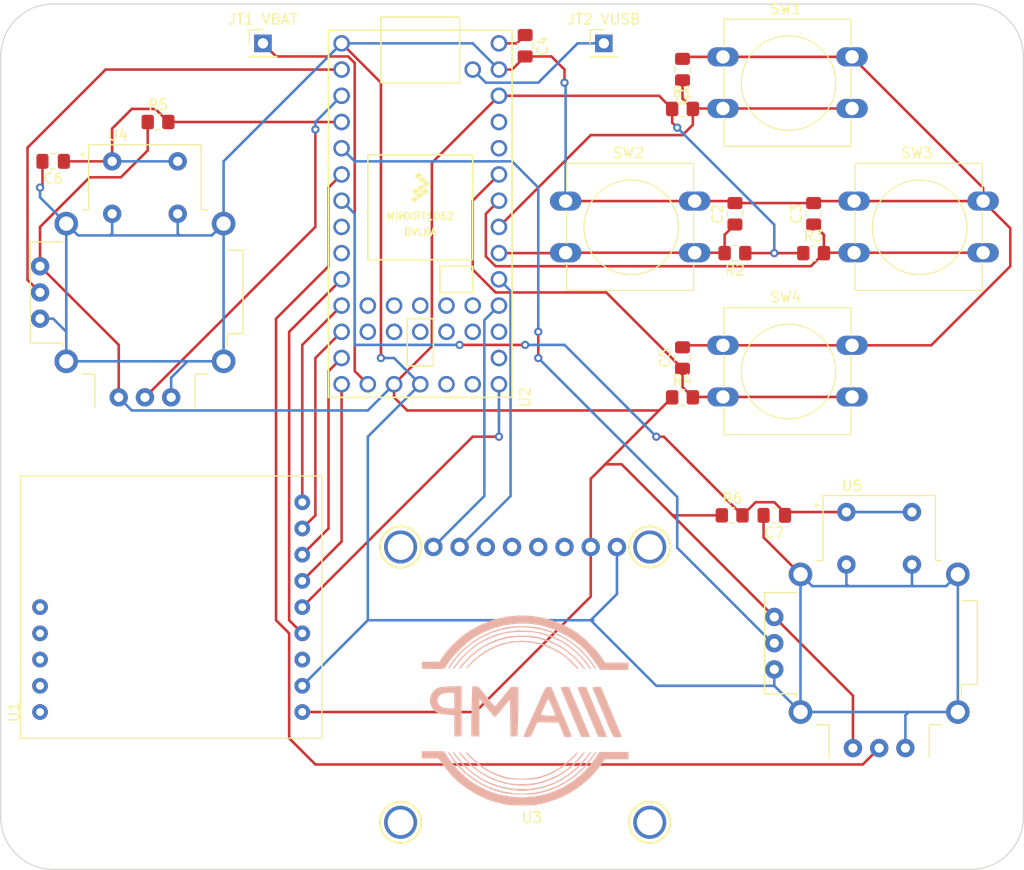
<source format=kicad_pcb>
(kicad_pcb (version 20211014) (generator pcbnew)
  (layers (0 "F.Cu" signal) (31 "B.Cu" signal) (34 "B.Paste" user) (35 "F.Paste" user) (36 "B.SilkS" user "B.Silkscreen") (37 "F.SilkS" user "F.Silkscreen") (38 "B.Mask" user) (39 "F.Mask" user) (44 "Edge.Cuts" user))
  (net 0 "")
  (net 1 "+3V3")
  (net 2 "GND")
  (net 3 "+5V")
  (net 4 "Net-(JT1-Pad1)")
  (net 6 "/LORA_INT")
  (net 7 "/LORA_SCK")
  (net 8 "/LORA_MISO")
  (net 9 "/LORA_MOSI")
  (net 10 "/LORA_CS")
  (net 11 "/LORA_RST")
  (net 17 "/JOY_LEFT_V")
  (net 18 "/JOY_LEFT_H")
  (net 19 "/JOY_LEFT_BTN")
  (net 20 "/JOY_RIGHT_V")
  (net 21 "/JOY_RIGHT_H")
  (net 22 "/JOY_RIGHT_BTN")
  (net 25 "Net-(JT2-Pad1)")
  (net 30 "/OLED_SDA")
  (net 31 "/OLED_SCL")
  (net 47 "/BTN_UP")
  (net 48 "/BTN_LEFT")
  (net 49 "/BTN_RIGHT")
  (net 50 "/BTN_DOWN")
  (footprint "Capacitor_SMD:C_0805_2012Metric_Pad1.18x1.45mm_HandSolder" (layer "F.Cu") (at 177.8 68.58 90)
    (fp_text reference "C2" (at 0 -1.68 90) (layer "F.SilkS"))
    (fp_text value "0.1uF")
    (pad "1" smd roundrect (at -1.0375 0 90) (size 1.175 1.45) (layers "F.Cu" "F.Paste" "F.Mask") (roundrect_rratio 0.2127659574) (net 48 "/BTN_LEFT"))
    (pad "2" smd roundrect (at 1.0375 0 90) (size 1.175 1.45) (layers "F.Cu" "F.Paste" "F.Mask") (roundrect_rratio 0.2127659574) (net 2 "GND"))
  )
  (footprint "Capacitor_SMD:C_0805_2012Metric_Pad1.18x1.45mm_HandSolder" (layer "F.Cu") (at 111.76 63.5 180)
    (fp_text reference "C6" (at 0 -1.68) (layer "F.SilkS"))
    (fp_text value "0.1uF")
    (pad "1" smd roundrect (at -1.0375 0 180) (size 1.175 1.45) (layers "F.Cu" "F.Paste" "F.Mask") (roundrect_rratio 0.2127659574) (net 19 "/JOY_LEFT_BTN"))
    (pad "2" smd roundrect (at 1.0375 0 180) (size 1.175 1.45) (layers "F.Cu" "F.Paste" "F.Mask") (roundrect_rratio 0.2127659574) (net 2 "GND"))
  )
  (footprint "128x64_OLED:128x64_OLED" (layer "F.Cu") (at 160.655 130.0625)
    (fp_text reference "U3" (at -2.54 -3 unlocked) (layer "F.SilkS"))
    (fp_text value "128x64_OLED")
    (pad "1" thru_hole circle (at -12.065 -29.21 90) (size 1.778 1.778) (drill 1) (layers *.Cu *.Mask) (net 30 "/OLED_SDA"))
    (pad "2" thru_hole circle (at -9.525 -29.21 90) (size 1.778 1.778) (drill 1) (layers *.Cu *.Mask) (net 31 "/OLED_SCL"))
    (pad "3" thru_hole circle (at -6.985 -29.21 90) (size 1.778 1.778) (drill 1) (layers *.Cu *.Mask))
    (pad "4" thru_hole circle (at -4.445 -29.21 90) (size 1.778 1.778) (drill 1) (layers *.Cu *.Mask))
    (pad "5" thru_hole circle (at -1.905 -29.21 90) (size 1.778 1.778) (drill 1) (layers *.Cu *.Mask))
    (pad "6" thru_hole circle (at 0.635 -29.21 90) (size 1.778 1.778) (drill 1) (layers *.Cu *.Mask))
    (pad "7" thru_hole circle (at 3.175 -29.21 90) (size 1.778 1.778) (drill 1) (layers *.Cu *.Mask) (net 1 "+3V3"))
    (pad "8" thru_hole circle (at 5.715 -29.21 90) (size 1.778 1.778) (drill 1) (layers *.Cu *.Mask) (net 2 "GND"))
    (pad "P$1" thru_hole circle (at -15.24 -29.21) (size 3.2 3.2) (drill 2.5) (layers *.Cu *.Mask))
    (pad "P$1" thru_hole circle (at -15.24 -2.54) (size 3.2 3.2) (drill 2.5) (layers *.Cu *.Mask))
    (pad "P$1" thru_hole circle (at 8.89 -2.54) (size 3.2 3.2) (drill 2.5) (layers *.Cu *.Mask))
    (pad "P$1" thru_hole circle (at 8.89 -29.21) (size 3.2 3.2) (drill 2.5) (layers *.Cu *.Mask))
  )
  (footprint "Resistor_SMD:R_0805_2012Metric_Pad1.20x1.40mm_HandSolder" (layer "F.Cu") (at 121.92 59.69)
    (fp_text reference "R5" (at 0 -1.65) (layer "F.SilkS"))
    (fp_text value "10k")
    (pad "1" smd roundrect (at -1 0) (size 1.2 1.4) (layers "F.Cu" "F.Paste" "F.Mask") (roundrect_rratio 0.2083333333) (net 1 "+3V3"))
    (pad "2" smd roundrect (at 1 0) (size 1.2 1.4) (layers "F.Cu" "F.Paste" "F.Mask") (roundrect_rratio 0.2083333333) (net 19 "/JOY_LEFT_BTN"))
  )
  (footprint "Connector_PinHeader_2.54mm:PinHeader_1x01_P2.54mm_Vertical" (layer "F.Cu") (at 165.1 52.07)
    (fp_text reference "JT2 VUSB" (at 0 -2.33) (layer "F.SilkS"))
    (fp_text value "Conn_01x01_Male")
    (pad "1" thru_hole rect (at 0 0) (size 1.7 1.7) (drill 1) (layers *.Cu *.Mask) (net 25 "Net-(JT2-Pad1)"))
  )
  (footprint "Connector_PinHeader_2.54mm:PinHeader_1x01_P2.54mm_Vertical" (layer "F.Cu") (at 132.08 52.07)
    (fp_text reference "JT1 VBAT" (at 0 -2.33) (layer "F.SilkS"))
    (fp_text value "Conn_01x01_Male")
    (pad "1" thru_hole rect (at 0 0) (size 1.7 1.7) (drill 1) (layers *.Cu *.Mask) (net 4 "Net-(JT1-Pad1)"))
  )
  (footprint "Capacitor_SMD:C_0805_2012Metric_Pad1.18x1.45mm_HandSolder" (layer "F.Cu") (at 172.72 82.55 90)
    (fp_text reference "C5" (at 0 -1.68 90) (layer "F.SilkS"))
    (fp_text value "0.1uF")
    (pad "1" smd roundrect (at -1.0375 0 90) (size 1.175 1.45) (layers "F.Cu" "F.Paste" "F.Mask") (roundrect_rratio 0.2127659574) (net 50 "/BTN_DOWN"))
    (pad "2" smd roundrect (at 1.0375 0 90) (size 1.175 1.45) (layers "F.Cu" "F.Paste" "F.Mask") (roundrect_rratio 0.2127659574) (net 2 "GND"))
  )
  (footprint "Button_Switch_THT:SW_PUSH-12mm" (layer "F.Cu") (at 176.64 81.32)
    (fp_text reference "SW4" (at 6.08 -4.66) (layer "F.SilkS"))
    (fp_text value "SW_Push")
    (pad "1" thru_hole oval (at 0 0) (size 3.048 1.85) (drill 1.3) (layers *.Cu *.Mask) (net 2 "GND"))
    (pad "1" thru_hole oval (at 12.5 0) (size 3.048 1.85) (drill 1.3) (layers *.Cu *.Mask) (net 2 "GND"))
    (pad "2" thru_hole oval (at 12.5 5) (size 3.048 1.85) (drill 1.3) (layers *.Cu *.Mask) (net 50 "/BTN_DOWN"))
    (pad "2" thru_hole oval (at 0 5) (size 3.048 1.85) (drill 1.3) (layers *.Cu *.Mask) (net 50 "/BTN_DOWN"))
  )
  (footprint "Capacitor_SMD:C_0805_2012Metric_Pad1.18x1.45mm_HandSolder" (layer "F.Cu") (at 157.48 52.3025 -90)
    (fp_text reference "C4" (at 0 -1.68 90) (layer "F.SilkS"))
    (fp_text value "0.1uF")
    (pad "1" smd roundrect (at -1.0375 0 270) (size 1.175 1.45) (layers "F.Cu" "F.Paste" "F.Mask") (roundrect_rratio 0.2127659574) (net 3 "+5V"))
    (pad "2" smd roundrect (at 1.0375 0 270) (size 1.175 1.45) (layers "F.Cu" "F.Paste" "F.Mask") (roundrect_rratio 0.2127659574) (net 2 "GND"))
  )
  (footprint "Capacitor_SMD:C_0805_2012Metric_Pad1.18x1.45mm_HandSolder" (layer "F.Cu") (at 185.42 68.58 90)
    (fp_text reference "C3" (at 0 -1.68 90) (layer "F.SilkS"))
    (fp_text value "0.1uF")
    (pad "1" smd roundrect (at -1.0375 0 90) (size 1.175 1.45) (layers "F.Cu" "F.Paste" "F.Mask") (roundrect_rratio 0.2127659574) (net 49 "/BTN_RIGHT"))
    (pad "2" smd roundrect (at 1.0375 0 90) (size 1.175 1.45) (layers "F.Cu" "F.Paste" "F.Mask") (roundrect_rratio 0.2127659574) (net 2 "GND"))
  )
  (footprint "MountingHole:MountingHole_3.2mm_M3" (layer "F.Cu") (at 200.66 53.34)
    (fp_text reference "H3" hide)
    (fp_text value "MountingHole")
    (pad "" np_thru_hole circle (at 0 0) (size 3.2 3.2) (drill 3.2) (layers *.Cu *.Mask))
  )
  (footprint "COM-09032:XDCR_COM-09032" (layer "F.Cu") (at 120.65 76.2)
    (fp_text reference "U4" (at -2.625 -15.235) (layer "F.SilkS"))
    (fp_text value "Joystick")
    (pad "B1A" thru_hole circle locked (at -3.175 -12.7) (size 1.778 1.778) (drill 0.9) (layers *.Cu *.Mask) (net 19 "/JOY_LEFT_BTN"))
    (pad "B1B" thru_hole circle locked (at 3.175 -12.7) (size 1.778 1.778) (drill 0.9) (layers *.Cu *.Mask) (net 19 "/JOY_LEFT_BTN"))
    (pad "B2A" thru_hole circle locked (at -3.175 -7.62) (size 1.778 1.778) (drill 0.9) (layers *.Cu *.Mask) (net 2 "GND"))
    (pad "B2B" thru_hole circle locked (at 3.175 -7.62) (size 1.778 1.778) (drill 0.9) (layers *.Cu *.Mask) (net 2 "GND"))
    (pad "H1" thru_hole circle locked (at -2.54 10.16) (size 1.778 1.778) (drill 0.889) (layers *.Cu *.Mask) (net 1 "+3V3"))
    (pad "H2" thru_hole circle locked (at 0 10.16) (size 1.778 1.778) (drill 0.889) (layers *.Cu *.Mask) (net 18 "/JOY_LEFT_H"))
    (pad "H3" thru_hole circle locked (at 2.54 10.16) (size 1.778 1.778) (drill 0.889) (layers *.Cu *.Mask) (net 2 "GND"))
    (pad "S1" thru_hole circle locked (at -7.62 -6.6675) (size 2.286 2.286) (drill 1.397) (layers *.Cu *.Mask) (net 2 "GND"))
    (pad "S2" thru_hole circle locked (at -7.62 6.6675) (size 2.286 2.286) (drill 1.397) (layers *.Cu *.Mask) (net 2 "GND"))
    (pad "S3" thru_hole circle locked (at 7.62 6.6675) (size 2.286 2.286) (drill 1.397) (layers *.Cu *.Mask) (net 2 "GND"))
    (pad "S4" thru_hole circle locked (at 7.62 -6.6675) (size 2.286 2.286) (drill 1.397) (layers *.Cu *.Mask) (net 2 "GND"))
    (pad "V1" thru_hole circle locked (at -10.16 -2.54) (size 1.778 1.778) (drill 0.889) (layers *.Cu *.Mask) (net 1 "+3V3"))
    (pad "V2" thru_hole circle locked (at -10.16 0) (size 1.778 1.778) (drill 0.889) (layers *.Cu *.Mask) (net 17 "/JOY_LEFT_V"))
    (pad "V3" thru_hole circle locked (at -10.16 2.54) (size 1.778 1.778) (drill 0.889) (layers *.Cu *.Mask) (net 2 "GND"))
  )
  (footprint "Button_Switch_THT:SW_PUSH-12mm" (layer "F.Cu") (at 161.4 67.35)
    (fp_text reference "SW2" (at 6.08 -4.66) (layer "F.SilkS"))
    (fp_text value "SW_Push")
    (pad "1" thru_hole oval (at 0 0) (size 3.048 1.85) (drill 1.3) (layers *.Cu *.Mask) (net 2 "GND"))
    (pad "1" thru_hole oval (at 12.5 0) (size 3.048 1.85) (drill 1.3) (layers *.Cu *.Mask) (net 2 "GND"))
    (pad "2" thru_hole oval (at 0 5) (size 3.048 1.85) (drill 1.3) (layers *.Cu *.Mask) (net 48 "/BTN_LEFT"))
    (pad "2" thru_hole oval (at 12.5 5) (size 3.048 1.85) (drill 1.3) (layers *.Cu *.Mask) (net 48 "/BTN_LEFT"))
  )
  (footprint "Button_Switch_THT:SW_PUSH-12mm" (layer "F.Cu") (at 189.34 67.35)
    (fp_text reference "SW3" (at 6.08 -4.66) (layer "F.SilkS"))
    (fp_text value "SW_Push")
    (pad "1" thru_hole oval (at 12.5 0) (size 3.048 1.85) (drill 1.3) (layers *.Cu *.Mask) (net 2 "GND"))
    (pad "1" thru_hole oval (at 0 0) (size 3.048 1.85) (drill 1.3) (layers *.Cu *.Mask) (net 2 "GND"))
    (pad "2" thru_hole oval (at 12.5 5) (size 3.048 1.85) (drill 1.3) (layers *.Cu *.Mask) (net 49 "/BTN_RIGHT"))
    (pad "2" thru_hole oval (at 0 5) (size 3.048 1.85) (drill 1.3) (layers *.Cu *.Mask) (net 49 "/BTN_RIGHT"))
  )
  (footprint "COM-09032:XDCR_COM-09032" (layer "F.Cu") (at 191.77 110.1725)
    (fp_text reference "U5" (at -2.625 -15.235) (layer "F.SilkS"))
    (fp_text value "Joystick")
    (pad "B1A" thru_hole circle locked (at -3.175 -12.7) (size 1.778 1.778) (drill 0.9) (layers *.Cu *.Mask) (net 22 "/JOY_RIGHT_BTN"))
    (pad "B1B" thru_hole circle locked (at 3.175 -12.7) (size 1.778 1.778) (drill 0.9) (layers *.Cu *.Mask) (net 22 "/JOY_RIGHT_BTN"))
    (pad "B2A" thru_hole circle locked (at -3.175 -7.62) (size 1.778 1.778) (drill 0.9) (layers *.Cu *.Mask) (net 2 "GND"))
    (pad "B2B" thru_hole circle locked (at 3.175 -7.62) (size 1.778 1.778) (drill 0.9) (layers *.Cu *.Mask) (net 2 "GND"))
    (pad "H1" thru_hole circle locked (at -2.54 10.16) (size 1.778 1.778) (drill 0.889) (layers *.Cu *.Mask) (net 1 "+3V3"))
    (pad "H2" thru_hole circle locked (at 0 10.16) (size 1.778 1.778) (drill 0.889) (layers *.Cu *.Mask) (net 21 "/JOY_RIGHT_H"))
    (pad "H3" thru_hole circle locked (at 2.54 10.16) (size 1.778 1.778) (drill 0.889) (layers *.Cu *.Mask) (net 2 "GND"))
    (pad "S1" thru_hole circle locked (at -7.62 -6.6675) (size 2.286 2.286) (drill 1.397) (layers *.Cu *.Mask) (net 2 "GND"))
    (pad "S2" thru_hole circle locked (at -7.62 6.6675) (size 2.286 2.286) (drill 1.397) (layers *.Cu *.Mask) (net 2 "GND"))
    (pad "S3" thru_hole circle locked (at 7.62 6.6675) (size 2.286 2.286) (drill 1.397) (layers *.Cu *.Mask) (net 2 "GND"))
    (pad "S4" thru_hole circle locked (at 7.62 -6.6675) (size 2.286 2.286) (drill 1.397) (layers *.Cu *.Mask) (net 2 "GND"))
    (pad "V1" thru_hole circle locked (at -10.16 -2.54) (size 1.778 1.778) (drill 0.889) (layers *.Cu *.Mask) (net 1 "+3V3"))
    (pad "V2" thru_hole circle locked (at -10.16 0) (size 1.778 1.778) (drill 0.889) (layers *.Cu *.Mask) (net 20 "/JOY_RIGHT_V"))
    (pad "V3" thru_hole circle locked (at -10.16 2.54) (size 1.778 1.778) (drill 0.889) (layers *.Cu *.Mask) (net 2 "GND"))
  )
  (footprint "MountingHole:MountingHole_3.2mm_M3" (layer "F.Cu") (at 111.76 127)
    (fp_text reference "H3" hide)
    (fp_text value "MountingHole")
    (pad "" np_thru_hole circle (at 0 0) (size 3.2 3.2) (drill 3.2) (layers *.Cu *.Mask))
  )
  (footprint "Button_Switch_THT:SW_PUSH-12mm" (layer "F.Cu") (at 176.64 53.38)
    (fp_text reference "SW1" (at 6.08 -4.66) (layer "F.SilkS"))
    (fp_text value "SW_Push")
    (pad "1" thru_hole oval (at 0 0) (size 3.048 1.85) (drill 1.3) (layers *.Cu *.Mask) (net 2 "GND"))
    (pad "1" thru_hole oval (at 12.5 0) (size 3.048 1.85) (drill 1.3) (layers *.Cu *.Mask) (net 2 "GND"))
    (pad "2" thru_hole oval (at 0 5) (size 3.048 1.85) (drill 1.3) (layers *.Cu *.Mask) (net 47 "/BTN_UP"))
    (pad "2" thru_hole oval (at 12.5 5) (size 3.048 1.85) (drill 1.3) (layers *.Cu *.Mask) (net 47 "/BTN_UP"))
  )
  (footprint "MountingHole:MountingHole_3.2mm_M3" (layer "F.Cu") (at 111.76 53.34)
    (fp_text reference "H3" hide)
    (fp_text value "MountingHole")
    (pad "" np_thru_hole circle (at 0 0) (size 3.2 3.2) (drill 3.2) (layers *.Cu *.Mask))
  )
  (footprint "Resistor_SMD:R_0805_2012Metric_Pad1.20x1.40mm_HandSolder" (layer "F.Cu") (at 177.8 72.39 180)
    (fp_text reference "R2" (at 0 -1.65) (layer "F.SilkS"))
    (fp_text value "10k")
    (pad "1" smd roundrect (at -1 0 180) (size 1.2 1.4) (layers "F.Cu" "F.Paste" "F.Mask") (roundrect_rratio 0.2083333333) (net 1 "+3V3"))
    (pad "2" smd roundrect (at 1 0 180) (size 1.2 1.4) (layers "F.Cu" "F.Paste" "F.Mask") (roundrect_rratio 0.2083333333) (net 48 "/BTN_LEFT"))
  )
  (footprint "RF_Module_OTHER:RFM9x_Adafruit" (layer "F.Cu") (at 110.49 116.84 90)
    (fp_text reference "U1" (at 0 -2.54 90 unlocked) (layer "F.SilkS"))
    (fp_text value "RFM9x")
    (pad "1" thru_hole circle (at 0 25.4 180) (size 1.524 1.524) (drill 0.762) (layers *.Cu *.Mask) (net 1 "+3V3"))
    (pad "2" thru_hole circle (at 2.54 25.4 90) (size 1.524 1.524) (drill 0.762) (layers *.Cu *.Mask) (net 2 "GND"))
    (pad "3" thru_hole circle (at 5.08 25.4 90) (size 1.524 1.524) (drill 0.762) (layers *.Cu *.Mask))
    (pad "4" thru_hole circle (at 7.62 25.4 90) (size 1.524 1.524) (drill 0.762) (layers *.Cu *.Mask) (net 6 "/LORA_INT"))
    (pad "5" thru_hole circle (at 10.16 25.4 90) (size 1.524 1.524) (drill 0.762) (layers *.Cu *.Mask) (net 7 "/LORA_SCK"))
    (pad "6" thru_hole circle (at 12.7 25.4 90) (size 1.524 1.524) (drill 0.762) (layers *.Cu *.Mask) (net 8 "/LORA_MISO"))
    (pad "7" thru_hole circle (at 15.24 25.4 90) (size 1.524 1.524) (drill 0.762) (layers *.Cu *.Mask) (net 9 "/LORA_MOSI"))
    (pad "8" thru_hole circle (at 17.78 25.4 90) (size 1.524 1.524) (drill 0.762) (layers *.Cu *.Mask) (net 10 "/LORA_CS"))
    (pad "9" thru_hole circle (at 20.32 25.4 90) (size 1.524 1.524) (drill 0.762) (layers *.Cu *.Mask) (net 11 "/LORA_RST"))
    (pad "10" thru_hole circle (at 0 0 90) (size 1.524 1.524) (drill 0.762) (layers *.Cu *.Mask))
    (pad "11" thru_hole circle (at 2.54 0 90) (size 1.524 1.524) (drill 0.762) (layers *.Cu *.Mask))
    (pad "12" thru_hole circle (at 5.08 0 90) (size 1.524 1.524) (drill 0.762) (layers *.Cu *.Mask))
    (pad "13" thru_hole circle (at 7.62 0 90) (size 1.524 1.524) (drill 0.762) (layers *.Cu *.Mask))
    (pad "14" thru_hole circle (at 10.16 0 90) (size 1.524 1.524) (drill 0.762) (layers *.Cu *.Mask))
  )
  (footprint "Capacitor_SMD:C_0805_2012Metric_Pad1.18x1.45mm_HandSolder" (layer "F.Cu") (at 181.61 97.79 180)
    (fp_text reference "C7" (at 0 -1.68) (layer "F.SilkS"))
    (fp_text value "0.1uF")
    (pad "1" smd roundrect (at -1.0375 0 180) (size 1.175 1.45) (layers "F.Cu" "F.Paste" "F.Mask") (roundrect_rratio 0.2127659574) (net 22 "/JOY_RIGHT_BTN"))
    (pad "2" smd roundrect (at 1.0375 0 180) (size 1.175 1.45) (layers "F.Cu" "F.Paste" "F.Mask") (roundrect_rratio 0.2127659574) (net 2 "GND"))
  )
  (footprint "teensy:Teensy40" (layer "F.Cu") (at 147.32 68.58 -90)
    (fp_text reference "U2" (at 17.78 -10.16 90) (layer "F.SilkS"))
    (fp_text value "Teensy4.0")
    (fp_text user "DVL6A" (at 1.778 0) (layer "F.SilkS") (effects (font (size 0.7 0.7))))
    (fp_text user "MIMXRT1062" (at 0.254 0) (layer "F.SilkS") (effects (font (size 0.7 0.7))))
    (pad "1" thru_hole circle (at -16.51 7.62 270) (size 1.6 1.6) (drill 1.1) (layers *.Cu *.Mask) (net 2 "GND"))
    (pad "2" thru_hole circle (at -13.97 7.62 270) (size 1.6 1.6) (drill 1.1) (layers *.Cu *.Mask) (net 17 "/JOY_LEFT_V"))
    (pad "3" thru_hole circle (at -11.43 7.62 270) (size 1.6 1.6) (drill 1.1) (layers *.Cu *.Mask) (net 18 "/JOY_LEFT_H"))
    (pad "4" thru_hole circle (at -8.89 7.62 270) (size 1.6 1.6) (drill 1.1) (layers *.Cu *.Mask) (net 19 "/JOY_LEFT_BTN"))
    (pad "5" thru_hole circle (at -6.35 7.62 270) (size 1.6 1.6) (drill 1.1) (layers *.Cu *.Mask) (net 20 "/JOY_RIGHT_V"))
    (pad "6" thru_hole circle (at -3.81 7.62 270) (size 1.6 1.6) (drill 1.1) (layers *.Cu *.Mask) (net 21 "/JOY_RIGHT_H"))
    (pad "7" thru_hole circle (at -1.27 7.62 270) (size 1.6 1.6) (drill 1.1) (layers *.Cu *.Mask) (net 22 "/JOY_RIGHT_BTN"))
    (pad "8" thru_hole circle (at 1.27 7.62 270) (size 1.6 1.6) (drill 1.1) (layers *.Cu *.Mask))
    (pad "9" thru_hole circle (at 3.81 7.62 270) (size 1.6 1.6) (drill 1.1) (layers *.Cu *.Mask))
    (pad "10" thru_hole circle (at 6.35 7.62 270) (size 1.6 1.6) (drill 1.1) (layers *.Cu *.Mask) (net 6 "/LORA_INT"))
    (pad "11" thru_hole circle (at 8.89 7.62 270) (size 1.6 1.6) (drill 1.1) (layers *.Cu *.Mask) (net 11 "/LORA_RST"))
    (pad "12" thru_hole circle (at 11.43 7.62 270) (size 1.6 1.6) (drill 1.1) (layers *.Cu *.Mask) (net 10 "/LORA_CS"))
    (pad "13" thru_hole circle (at 13.97 7.62 270) (size 1.6 1.6) (drill 1.1) (layers *.Cu *.Mask) (net 9 "/LORA_MOSI"))
    (pad "14" thru_hole circle (at 16.51 7.62 270) (size 1.6 1.6) (drill 1.1) (layers *.Cu *.Mask) (net 8 "/LORA_MISO"))
    (pad "15" thru_hole circle (at 16.51 5.08 270) (size 1.6 1.6) (drill 1.1) (layers *.Cu *.Mask) (net 4 "Net-(JT1-Pad1)"))
    (pad "16" thru_hole circle (at 16.51 2.54 270) (size 1.6 1.6) (drill 1.1) (layers *.Cu *.Mask) (net 1 "+3V3"))
    (pad "17" thru_hole circle (at 16.51 0 270) (size 1.6 1.6) (drill 1.1) (layers *.Cu *.Mask) (net 2 "GND"))
    (pad "18" thru_hole circle (at 16.51 -2.54 270) (size 1.6 1.6) (drill 1.1) (layers *.Cu *.Mask))
    (pad "19" thru_hole circle (at 16.51 -5.08 270) (size 1.6 1.6) (drill 1.1) (layers *.Cu *.Mask))
    (pad "20" thru_hole circle (at 16.51 -7.62 270) (size 1.6 1.6) (drill 1.1) (layers *.Cu *.Mask) (net 7 "/LORA_SCK"))
    (pad "21" thru_hole circle (at 13.97 -7.62 270) (size 1.6 1.6) (drill 1.1) (layers *.Cu *.Mask))
    (pad "22" thru_hole circle (at 11.43 -7.62 270) (size 1.6 1.6) (drill 1.1) (layers *.Cu *.Mask))
    (pad "23" thru_hole circle (at 8.89 -7.62 270) (size 1.6 1.6) (drill 1.1) (layers *.Cu *.Mask) (net 30 "/OLED_SDA"))
    (pad "24" thru_hole circle (at 6.35 -7.62 270) (size 1.6 1.6) (drill 1.1) (layers *.Cu *.Mask) (net 31 "/OLED_SCL"))
    (pad "25" thru_hole circle (at 3.81 -7.62 270) (size 1.6 1.6) (drill 1.1) (layers *.Cu *.Mask) (net 48 "/BTN_LEFT"))
    (pad "26" thru_hole circle (at 1.27 -7.62 270) (size 1.6 1.6) (drill 1.1) (layers *.Cu *.Mask) (net 47 "/BTN_UP"))
    (pad "27" thru_hole circle (at -1.27 -7.62 270) (size 1.6 1.6) (drill 1.1) (layers *.Cu *.Mask) (net 49 "/BTN_RIGHT"))
    (pad "28" thru_hole circle (at -3.81 -7.62 270) (size 1.6 1.6) (drill 1.1) (layers *.Cu *.Mask) (net 50 "/BTN_DOWN"))
    (pad "29" thru_hole circle (at -6.35 -7.62 270) (size 1.6 1.6) (drill 1.1) (layers *.Cu *.Mask))
    (pad "30" thru_hole circle (at -8.89 -7.62 270) (size 1.6 1.6) (drill 1.1) (layers *.Cu *.Mask))
    (pad "31" thru_hole circle (at -11.43 -7.62 270) (size 1.6 1.6) (drill 1.1) (layers *.Cu *.Mask) (net 1 "+3V3"))
    (pad "32" thru_hole circle (at -13.97 -7.62 270) (size 1.6 1.6) (drill 1.1) (layers *.Cu *.Mask) (net 2 "GND"))
    (pad "33" thru_hole circle (at -16.51 -7.62 270) (size 1.6 1.6) (drill 1.1) (layers *.Cu *.Mask) (net 3 "+5V"))
    (pad "34" thru_hole circle (at -13.97 -5.08 270) (size 1.6 1.6) (drill 1.1) (layers *.Cu *.Mask) (net 25 "Net-(JT2-Pad1)"))
    (pad "35" thru_hole circle (at 11.43 -5.08 270) (size 1.6 1.6) (drill 1.1) (layers *.Cu *.Mask))
    (pad "36" thru_hole circle (at 8.89 -5.08 270) (size 1.6 1.6) (drill 1.1) (layers *.Cu *.Mask))
    (pad "37" thru_hole circle (at 11.43 -2.54 270) (size 1.6 1.6) (drill 1.1) (layers *.Cu *.Mask))
    (pad "38" thru_hole circle (at 8.89 -2.54 270) (size 1.6 1.6) (drill 1.1) (layers *.Cu *.Mask))
    (pad "39" thru_hole circle (at 11.43 0 270) (size 1.6 1.6) (drill 1.1) (layers *.Cu *.Mask))
    (pad "40" thru_hole circle (at 8.89 0 270) (size 1.6 1.6) (drill 1.1) (layers *.Cu *.Mask))
    (pad "41" thru_hole circle (at 11.43 2.54 270) (size 1.6 1.6) (drill 1.1) (layers *.Cu *.Mask))
    (pad "42" thru_hole circle (at 8.89 2.54 270) (size 1.6 1.6) (drill 1.1) (layers *.Cu *.Mask))
    (pad "43" thru_hole circle (at 11.43 5.08 270) (size 1.6 1.6) (drill 1.1) (layers *.Cu *.Mask))
    (pad "44" thru_hole circle (at 8.89 5.08 270) (size 1.6 1.6) (drill 1.1) (layers *.Cu *.Mask))
  )
  (footprint "MountingHole:MountingHole_3.2mm_M3" (layer "F.Cu") (at 200.66 127)
    (fp_text reference "H3" hide)
    (fp_text value "MountingHole")
    (pad "" np_thru_hole circle (at 0 0) (size 3.2 3.2) (drill 3.2) (layers *.Cu *.Mask))
  )
  (footprint "Resistor_SMD:R_0805_2012Metric_Pad1.20x1.40mm_HandSolder" (layer "F.Cu") (at 172.72 86.36)
    (fp_text reference "R4" (at 0 -1.65) (layer "F.SilkS"))
    (fp_text value "10k")
    (pad "1" smd roundrect (at -1 0) (size 1.2 1.4) (layers "F.Cu" "F.Paste" "F.Mask") (roundrect_rratio 0.2083333333) (net 1 "+3V3"))
    (pad "2" smd roundrect (at 1 0) (size 1.2 1.4) (layers "F.Cu" "F.Paste" "F.Mask") (roundrect_rratio 0.2083333333) (net 50 "/BTN_DOWN"))
  )
  (footprint "Capacitor_SMD:C_0805_2012Metric_Pad1.18x1.45mm_HandSolder" (layer "F.Cu") (at 172.72 54.61 90)
    (fp_text reference "C1" (at -2.54 0 90) (layer "F.SilkS"))
    (fp_text value "0.1uF")
    (pad "1" smd roundrect (at -1.0375 0 90) (size 1.175 1.45) (layers "F.Cu" "F.Paste" "F.Mask") (roundrect_rratio 0.2127659574) (net 47 "/BTN_UP"))
    (pad "2" smd roundrect (at 1.0375 0 90) (size 1.175 1.45) (layers "F.Cu" "F.Paste" "F.Mask") (roundrect_rratio 0.2127659574) (net 2 "GND"))
  )
  (footprint "Resistor_SMD:R_0805_2012Metric_Pad1.20x1.40mm_HandSolder" (layer "F.Cu") (at 177.53 97.79)
    (fp_text reference "R6" (at 0 -1.65) (layer "F.SilkS"))
    (fp_text value "10k")
    (pad "1" smd roundrect (at -1 0) (size 1.2 1.4) (layers "F.Cu" "F.Paste" "F.Mask") (roundrect_rratio 0.2083333333) (net 1 "+3V3"))
    (pad "2" smd roundrect (at 1 0) (size 1.2 1.4) (layers "F.Cu" "F.Paste" "F.Mask") (roundrect_rratio 0.2083333333) (net 22 "/JOY_RIGHT_BTN"))
  )
  (footprint "Resistor_SMD:R_0805_2012Metric_Pad1.20x1.40mm_HandSolder" (layer "F.Cu") (at 185.42 72.39)
    (fp_text reference "R3" (at 0 -1.65) (layer "F.SilkS"))
    (fp_text value "10k")
    (pad "1" smd roundrect (at -1 0) (size 1.2 1.4) (layers "F.Cu" "F.Paste" "F.Mask") (roundrect_rratio 0.2083333333) (net 1 "+3V3"))
    (pad "2" smd roundrect (at 1 0) (size 1.2 1.4) (layers "F.Cu" "F.Paste" "F.Mask") (roundrect_rratio 0.2083333333) (net 49 "/BTN_RIGHT"))
  )
  (footprint "Resistor_SMD:R_0805_2012Metric_Pad1.20x1.40mm_HandSolder" (layer "F.Cu") (at 172.72 58.42)
    (fp_text reference "R1" (at 0 -1.65) (layer "F.SilkS"))
    (fp_text value "10k")
    (pad "1" smd roundrect (at -1 0) (size 1.2 1.4) (layers "F.Cu" "F.Paste" "F.Mask") (roundrect_rratio 0.2083333333) (net 1 "+3V3"))
    (pad "2" smd roundrect (at 1 0) (size 1.2 1.4) (layers "F.Cu" "F.Paste" "F.Mask") (roundrect_rratio 0.2083333333) (net 47 "/BTN_UP"))
  )
  (footprint "AMP:Logo" (layer "B.Cu") (at 157.48 116.84 180)
    (fp_text reference "U2" hide)
    (fp_text value "Logo" hide)
  )
  (gr_line (start 200.66 132.08) (end 111.76 132.08) (layer "Edge.Cuts") (width 0.1))
  (gr_arc (start 111.76 132.08) (mid 108.167898 130.592102) (end 106.68 127) (layer "Edge.Cuts") (width 0.1))
  (gr_arc (start 205.74 127) (mid 204.252102 130.592102) (end 200.66 132.08) (layer "Edge.Cuts") (width 0.1))
  (gr_line (start 106.68 127) (end 106.68 53.34) (layer "Edge.Cuts") (width 0.1))
  (gr_line (start 111.76 48.26) (end 200.66 48.26) (layer "Edge.Cuts") (width 0.1))
  (gr_arc (start 106.68 53.34) (mid 108.167898 49.747898) (end 111.76 48.26) (layer "Edge.Cuts") (width 0.1))
  (gr_arc (start 200.66 48.26) (mid 204.252102 49.747898) (end 205.74 53.34) (layer "Edge.Cuts") (width 0.1))
  (gr_line (start 205.74 53.34) (end 205.74 127) (layer "Edge.Cuts") (width 0.1))
  (segment (start 120.92 62.445023) (end 120.92 59.69) (width 0.25) (layer "F.Cu") (net 1))
  (segment (start 171.72 58.42) (end 171.72 59.7478) (width 0.25) (layer "F.Cu") (net 1))
  (segment (start 163.83 94.25) (end 165.235 92.845) (width 0.25) (layer "F.Cu") (net 1))
  (segment (start 110.49 73.66) (end 110.49 69.85) (width 0.25) (layer "F.Cu") (net 1))
  (segment (start 165.235 92.845) (end 170.45 87.63) (width 0.25) (layer "F.Cu") (net 1))
  (segment (start 144.78 86.36) (end 144.78 85.09) (width 0.25) (layer "F.Cu") (net 1))
  (segment (start 171.72 86.36) (end 170.45 87.63) (width 0.25) (layer "F.Cu") (net 1))
  (segment (start 146.05 87.63) (end 144.78 86.36) (width 0.25) (layer "F.Cu") (net 1))
  (segment (start 163.83 100.8525) (end 163.83 94.25) (width 0.25) (layer "F.Cu") (net 1))
  (segment (start 118.320001 65.045022) (end 120.92 62.445023) (width 0.25) (layer "F.Cu") (net 1))
  (segment (start 166.8225 92.845) (end 165.235 92.845) (width 0.25) (layer "F.Cu") (net 1))
  (segment (start 189.23 115.2525) (end 181.61 107.6325) (width 0.25) (layer "F.Cu") (net 1))
  (segment (start 176.53 97.79) (end 171.7675 97.79) (width 0.25) (layer "F.Cu") (net 1))
  (segment (start 152.65 116.84) (end 135.89 116.84) (width 0.25) (layer "F.Cu") (net 1))
  (segment (start 144.78 85.09) (end 148.445 81.425) (width 0.25) (layer "F.Cu") (net 1))
  (segment (start 171.60875 97.63125) (end 166.8225 92.845) (width 0.25) (layer "F.Cu") (net 1))
  (segment (start 110.49 69.85) (end 115.294978 65.045022) (width 0.25) (layer "F.Cu") (net 1))
  (segment (start 148.445 63.645) (end 154.94 57.15) (width 0.25) (layer "F.Cu") (net 1))
  (segment (start 181.61 72.39) (end 178.8 72.39) (width 0.25) (layer "F.Cu") (net 1))
  (segment (start 171.72 59.7478) (end 172.2077 60.2355) (width 0.25) (layer "F.Cu") (net 1))
  (segment (start 171.7675 97.79) (end 171.60875 97.63125) (width 0.25) (layer "F.Cu") (net 1))
  (segment (start 163.83 105.66) (end 152.65 116.84) (width 0.25) (layer "F.Cu") (net 1))
  (segment (start 170.45 87.63) (end 146.05 87.63) (width 0.25) (layer "F.Cu") (net 1))
  (segment (start 115.294978 65.045022) (end 118.320001 65.045022) (width 0.25) (layer "F.Cu") (net 1))
  (segment (start 189.23 120.3325) (end 189.23 115.2525) (width 0.25) (layer "F.Cu") (net 1))
  (segment (start 181.61 107.6325) (end 171.60875 97.63125) (width 0.25) (layer "F.Cu") (net 1))
  (segment (start 118.11 81.28) (end 118.11 86.36) (width 0.25) (layer "F.Cu") (net 1))
  (segment (start 170.45 57.15) (end 171.72 58.42) (width 0.25) (layer "F.Cu") (net 1))
  (segment (start 184.42 72.39) (end 181.61 72.39) (width 0.25) (layer "F.Cu") (net 1))
  (segment (start 110.49 73.66) (end 118.11 81.28) (width 0.25) (layer "F.Cu") (net 1))
  (segment (start 163.83 100.8525) (end 163.83 105.66) (width 0.25) (layer "F.Cu") (net 1))
  (segment (start 148.445 81.425) (end 148.445 63.645) (width 0.25) (layer "F.Cu") (net 1))
  (segment (start 154.94 57.15) (end 170.45 57.15) (width 0.25) (layer "F.Cu") (net 1))
  (via (at 172.2077 60.2355) (size 0.8) (drill 0.4) (layers "F.Cu" "B.Cu") (net 1))
  (via (at 181.61 72.39) (size 0.8) (drill 0.4) (layers "F.Cu" "B.Cu") (net 1))
  (segment (start 181.61 69.6378) (end 181.61 72.39) (width 0.25) (layer "B.Cu") (net 1))
  (segment (start 144.78 85.09) (end 142.24 87.63) (width 0.25) (layer "B.Cu") (net 1))
  (segment (start 172.2077 60.2355) (end 181.61 69.6378) (width 0.25) (layer "B.Cu") (net 1))
  (segment (start 119.38 87.63) (end 118.11 86.36) (width 0.25) (layer "B.Cu") (net 1))
  (segment (start 142.24 87.63) (end 119.38 87.63) (width 0.25) (layer "B.Cu") (net 1))
  (segment (start 156.21 54.61) (end 157.48 53.34) (width 0.25) (layer "F.Cu") (net 2))
  (segment (start 177.6075 67.35) (end 173.9 67.35) (width 0.25) (layer "F.Cu") (net 2))
  (segment (start 196.81 81.32) (end 204.47 73.66) (width 0.25) (layer "F.Cu") (net 2))
  (segment (start 177.8 67.5425) (end 177.6075 67.35) (width 0.25) (layer "F.Cu") (net 2))
  (segment (start 143.51 82.55) (end 143.51 55.88) (width 0.25) (layer "F.Cu") (net 2))
  (segment (start 201.84 67.35) (end 201.84 66.08) (width 0.25) (layer "F.Cu") (net 2))
  (segment (start 176.64 53.38) (end 189.14 53.38) (width 0.25) (layer "F.Cu") (net 2))
  (segment (start 143.51 55.88) (end 139.7 52.07) (width 0.25) (layer "F.Cu") (net 2))
  (segment (start 110.7225 63.5) (end 110.7225 65.8075) (width 0.25) (layer "F.Cu") (net 2))
  (segment (start 204.47 69.98) (end 201.84 67.35) (width 0.25) (layer "F.Cu") (net 2))
  (segment (start 201.84 66.08) (end 189.14 53.38) (width 0.25) (layer "F.Cu") (net 2))
  (segment (start 154.94 54.61) (end 156.21 54.61) (width 0.25) (layer "F.Cu") (net 2))
  (segment (start 172.9125 53.38) (end 176.64 53.38) (width 0.25) (layer "F.Cu") (net 2))
  (segment (start 172.72 81.5125) (end 172.9125 81.32) (width 0.25) (layer "F.Cu") (net 2))
  (segment (start 189.34 67.35) (end 201.84 67.35) (width 0.25) (layer "F.Cu") (net 2))
  (segment (start 185.42 67.5425) (end 185.6125 67.35) (width 0.25) (layer "F.Cu") (net 2))
  (segment (start 173.9 67.35) (end 161.4 67.35) (width 0.25) (layer "F.Cu") (net 2))
  (segment (start 177.8 67.5425) (end 185.42 67.5425) (width 0.25) (layer "F.Cu") (net 2))
  (segment (start 185.6125 67.35) (end 189.34 67.35) (width 0.25) (layer "F.Cu") (net 2))
  (segment (start 176.64 81.32) (end 189.14 81.32) (width 0.25) (layer "F.Cu") (net 2))
  (segment (start 157.48 53.34) (end 160.02 53.34) (width 0.25) (layer "F.Cu") (net 2))
  (segment (start 172.9125 81.32) (end 176.64 81.32) (width 0.25) (layer "F.Cu") (net 2))
  (segment (start 184.15 103.505) (end 180.5725 99.9275) (width 0.25) (layer "F.Cu") (net 2))
  (segment (start 189.14 81.32) (end 196.81 81.32) (width 0.25) (layer "F.Cu") (net 2))
  (segment (start 172.72 53.5725) (end 172.9125 53.38) (width 0.25) (layer "F.Cu") (net 2))
  (segment (start 204.47 73.66) (end 204.47 69.98) (width 0.25) (layer "F.Cu") (net 2))
  (segment (start 180.5725 99.9275) (end 180.5725 97.79) (width 0.25) (layer "F.Cu") (net 2))
  (segment (start 110.7225 65.8075) (end 110.49 66.04) (width 0.25) (layer "F.Cu") (net 2))
  (segment (start 161.29 54.61) (end 161.29 55.88) (width 0.25) (layer "F.Cu") (net 2))
  (segment (start 160.02 53.34) (end 161.29 54.61) (width 0.25) (layer "F.Cu") (net 2))
  (via (at 110.49 66.04) (size 0.8) (drill 0.4) (layers "F.Cu" "B.Cu") (net 2))
  (via (at 161.29 55.88) (size 0.8) (drill 0.4) (layers "F.Cu" "B.Cu") (net 2))
  (via (at 143.51 82.55) (size 0.8) (drill 0.4) (layers "F.Cu" "B.Cu") (net 2))
  (segment (start 184.15 103.505) (end 184.15 116.84) (width 0.25) (layer "B.Cu") (net 2))
  (segment (start 139.7 52.07) (end 128.27 63.5) (width 0.25) (layer "B.Cu") (net 2))
  (segment (start 161.4 55.99) (end 161.4 67.35) (width 0.25) (layer "B.Cu") (net 2))
  (segment (start 147.32 85.09) (end 144.78 82.55) (width 0.25) (layer "B.Cu") (net 2))
  (segment (start 199.39 103.505) (end 198.247 104.648) (width 0.25) (layer "B.Cu") (net 2))
  (segment (start 170.18 114.3) (end 163.83 107.95) (width 0.25) (layer "B.Cu") (net 2))
  (segment (start 181.61 114.3) (end 170.18 114.3) (width 0.25) (layer "B.Cu") (net 2))
  (segment (start 117.475 68.58) (end 117.475 70.485) (width 0.25) (layer "B.Cu") (net 2))
  (segment (start 194.31 120.3325) (end 194.31 117.1575) (width 0.25) (layer "B.Cu") (net 2))
  (segment (start 188.595 104.4575) (end 188.7855 104.648) (width 0.25) (layer "B.Cu") (net 2))
  (segment (start 199.39 116.84) (end 199.39 103.505) (width 0.25) (layer "B.Cu") (net 2))
  (segment (start 184.15 116.84) (end 194.6275 116.84) (width 0.25) (layer "B.Cu") (net 2))
  (segment (start 164.08 107.95) (end 142.24 107.95) (width 0.25) (layer "B.Cu") (net 2))
  (segment (start 194.31 117.1575) (end 194.6275 116.84) (width 0.25) (layer "B.Cu") (net 2))
  (segment (start 184.15 116.84) (end 181.61 114.3) (width 0.25) (layer "B.Cu") (net 2))
  (segment (start 127.127 70.6755) (end 124.0155 70.6755) (width 0.25) (layer "B.Cu") (net 2))
  (segment (start 123.19 84.455) (end 124.7775 82.8675) (width 0.25) (layer "B.Cu") (net 2))
  (segment (start 142.24 107.95) (end 135.89 114.3) (width 0.25) (layer "B.Cu") (net 2))
  (segment (start 123.825 68.58) (end 123.825 70.485) (width 0.25) (layer "B.Cu") (net 2))
  (segment (start 147.32 85.09) (end 142.24 90.17) (width 0.25) (layer "B.Cu") (net 2))
  (segment (start 123.19 86.36) (end 123.19 84.455) (width 0.25) (layer "B.Cu") (net 2))
  (segment (start 110.49 78.74) (end 111.76 78.74) (width 0.25) (layer "B.Cu") (net 2))
  (segment (start 142.24 90.17) (end 142.24 107.95) (width 0.25) (layer "B.Cu") (net 2))
  (segment (start 139.7 52.07) (end 152.4 52.07) (width 0.25) (layer "B.Cu") (net 2))
  (segment (start 124.0155 70.6755) (end 117.2845 70.6755) (width 0.25) (layer "B.Cu") (net 2))
  (segment (start 114.173 70.6755) (end 113.03 69.5325) (width 0.25) (layer "B.Cu") (net 2))
  (segment (start 188.595 102.5525) (end 188.595 104.4575) (width 0.25) (layer "B.Cu") (net 2))
  (segment (start 195.072 104.648) (end 188.7855 104.648) (width 0.25) (layer "B.Cu") (net 2))
  (segment (start 128.27 69.5325) (end 128.27 82.8675) (width 0.25) (layer "B.Cu") (net 2))
  (segment (start 166.37 105.41) (end 163.83 107.95) (width 0.25) (layer "B.Cu") (net 2))
  (segment (start 111.76 78.74) (end 113.03 80.01) (width 0.25) (layer "B.Cu") (net 2))
  (segment (start 185.293 104.648) (end 184.15 103.505) (width 0.25) (layer "B.Cu") (net 2))
  (segment (start 188.7855 104.648) (end 185.293 104.648) (width 0.25) (layer "B.Cu") (net 2))
  (segment (start 198.247 104.648) (end 195.072 104.648) (width 0.25) (layer "B.Cu") (net 2))
  (segment (start 194.945 104.521) (end 195.072 104.648) (width 0.25) (layer "B.Cu") (net 2))
  (segment (start 117.2845 70.6755) (end 114.173 70.6755) (width 0.25) (layer "B.Cu") (net 2))
  (segment (start 123.825 70.485) (end 124.0155 70.6755) (width 0.25) (layer "B.Cu") (net 2))
  (segment (start 110.49 66.9925) (end 113.03 69.5325) (width 0.25) (layer "B.Cu") (net 2))
  (segment (start 128.27 63.5) (end 128.27 69.5325) (width 0.25) (layer "B.Cu") (net 2))
  (segment (start 117.475 70.485) (end 117.2845 70.6755) (width 0.25) (layer "B.Cu") (net 2))
  (segment (start 194.6275 116.84) (end 199.39 116.84) (width 0.25) (layer "B.Cu") (net 2))
  (segment (start 110.49 66.04) (end 110.49 66.9925) (width 0.25) (layer "B.Cu") (net 2))
  (segment (start 166.37 100.8525) (end 166.37 105.41) (width 0.25) (layer "B.Cu") (net 2))
  (segment (start 113.03 69.5325) (end 113.03 82.8675) (width 0.25) (layer "B.Cu") (net 2))
  (segment (start 181.61 114.3) (end 181.61 112.7125) (width 0.25) (layer "B.Cu") (net 2))
  (segment (start 128.27 69.5325) (end 127.127 70.6755) (width 0.25) (layer "B.Cu") (net 2))
  (segment (start 144.78 82.55) (end 143.51 82.55) (width 0.25) (layer "B.Cu") (net 2))
  (segment (start 152.4 52.07) (end 154.94 54.61) (width 0.25) (layer "B.Cu") (net 2))
  (segment (start 194.945 102.5525) (end 194.945 104.521) (width 0.25) (layer "B.Cu") (net 2))
  (segment (start 124.7775 82.8675) (end 128.27 82.8675) (width 0.25) (layer "B.Cu") (net 2))
  (segment (start 113.03 82.8675) (end 124.7775 82.8675) (width 0.25) (layer "B.Cu") (net 2))
  (segment (start 161.29 55.88) (end 161.4 55.99) (width 0.25) (layer "B.Cu") (net 2))
  (segment (start 156.675 52.07) (end 157.48 51.265) (width 0.25) (layer "F.Cu") (net 3))
  (segment (start 154.94 52.07) (end 156.675 52.07) (width 0.25) (layer "F.Cu") (net 3))
  (segment (start 140.97 53.976396) (end 140.97 83.82) (width 0.25) (layer "F.Cu") (net 4))
  (segment (start 140.97 83.82) (end 142.24 85.09) (width 0.25) (layer "F.Cu") (net 4))
  (segment (start 132.08 52.07) (end 133.35 53.34) (width 0.25) (layer "F.Cu") (net 4))
  (segment (start 140.333604 53.34) (end 140.97 53.976396) (width 0.25) (layer "F.Cu") (net 4))
  (segment (start 133.35 53.34) (end 140.333604 53.34) (width 0.25) (layer "F.Cu") (net 4))
  (segment (start 135.89 109.22) (end 134.62 107.95) (width 0.25) (layer "F.Cu") (net 6))
  (segment (start 134.62 80.01) (end 139.7 74.93) (width 0.25) (layer "F.Cu") (net 6))
  (segment (start 134.62 107.95) (end 134.62 80.01) (width 0.25) (layer "F.Cu") (net 6))
  (segment (start 152.4 90.17) (end 135.89 106.68) (width 0.25) (layer "F.Cu") (net 7))
  (segment (start 154.94 90.17) (end 152.4 90.17) (width 0.25) (layer "F.Cu") (net 7))
  (via (at 154.94 90.17) (size 0.8) (drill 0.4) (layers "F.Cu" "B.Cu") (net 7))
  (segment (start 154.94 85.09) (end 154.94 90.17) (width 0.25) (layer "B.Cu") (net 7))
  (segment (start 135.89 104.14) (end 139.7 100.33) (width 0.25) (layer "F.Cu") (net 8))
  (segment (start 139.7 100.33) (end 139.7 85.09) (width 0.25) (layer "F.Cu") (net 8))
  (segment (start 135.89 101.6) (end 138.43 99.06) (width 0.25) (layer "F.Cu") (net 9))
  (segment (start 138.43 99.06) (end 138.43 83.82) (width 0.25) (layer "F.Cu") (net 9))
  (segment (start 138.43 83.82) (end 139.7 82.55) (width 0.25) (layer "F.Cu") (net 9))
  (segment (start 137.16 82.55) (end 137.16 97.79) (width 0.25) (layer "F.Cu") (net 10))
  (segment (start 137.16 97.79) (end 135.89 99.06) (width 0.25) (layer "F.Cu") (net 10))
  (segment (start 139.7 80.01) (end 137.16 82.55) (width 0.25) (layer "F.Cu") (net 10))
  (segment (start 135.89 81.28) (end 139.7 77.47) (width 0.25) (layer "F.Cu") (net 11))
  (segment (start 135.89 96.52) (end 135.89 81.28) (width 0.25) (layer "F.Cu") (net 11))
  (segment (start 109.276 74.986) (end 109.276 62.174) (width 0.25) (layer "F.Cu") (net 17))
  (segment (start 109.276 62.174) (end 116.84 54.61) (width 0.25) (layer "F.Cu") (net 17))
  (segment (start 116.84 54.61) (end 139.7 54.61) (width 0.25) (layer "F.Cu") (net 17))
  (segment (start 110.49 76.2) (end 109.276 74.986) (width 0.25) (layer "F.Cu") (net 17))
  (segment (start 137.16 69.85) (end 137.16 60.4145) (width 0.25) (layer "F.Cu") (net 18))
  (segment (start 120.65 86.36) (end 137.16 69.85) (width 0.25) (layer "F.Cu") (net 18))
  (via (at 137.16 60.4145) (size 0.8) (drill 0.4) (layers "F.Cu" "B.Cu") (net 18))
  (segment (start 137.16 60.4145) (end 137.16 59.69) (width 0.25) (layer "B.Cu") (net 18))
  (segment (start 137.16 59.69) (end 139.7 57.15) (width 0.25) (layer "B.Cu") (net 18))
  (segment (start 121.65 58.42) (end 122.92 59.69) (width 0.25) (layer "F.Cu") (net 19))
  (segment (start 119.38 58.42) (end 121.65 58.42) (width 0.25) (layer "F.Cu") (net 19))
  (segment (start 117.475 63.5) (end 117.475 60.325) (width 0.25) (layer "F.Cu") (net 19))
  (segment (start 122.92 59.69) (end 139.7 59.69) (width 0.25) (layer "F.Cu") (net 19))
  (segment (start 112.7975 63.5) (end 117.475 63.5) (width 0.25) (layer "F.Cu") (net 19))
  (segment (start 117.475 60.325) (end 119.38 58.42) (width 0.25) (layer "F.Cu") (net 19))
  (segment (start 123.825 63.5) (end 117.475 63.5) (width 0.25) (layer "B.Cu") (net 19))
  (segment (start 158.75 82.55) (end 158.75 80.01) (width 0.25) (layer "F.Cu") (net 20))
  (via (at 158.75 80.01) (size 0.8) (drill 0.4) (layers "F.Cu" "B.Cu") (net 20))
  (via (at 158.75 82.55) (size 0.8) (drill 0.4) (layers "F.Cu" "B.Cu") (net 20))
  (segment (start 139.7 62.23) (end 140.97 63.5) (width 0.25) (layer "B.Cu") (net 20))
  (segment (start 172.21 96.01) (end 158.75 82.55) (width 0.25) (layer "B.Cu") (net 20))
  (segment (start 181.61 110.1725) (end 181.45125 110.1725) (width 0.25) (layer "B.Cu") (net 20))
  (segment (start 181.45125 110.1725) (end 172.21 100.93125) (width 0.25) (layer "B.Cu") (net 20))
  (segment (start 158.75 80.01) (end 158.75 66.04) (width 0.25) (layer "B.Cu") (net 20))
  (segment (start 158.75 66.04) (end 156.21 63.5) (width 0.25) (layer "B.Cu") (net 20))
  (segment (start 156.21 63.5) (end 140.97 63.5) (width 0.25) (layer "B.Cu") (net 20))
  (segment (start 172.21 100.93125) (end 172.21 96.01) (width 0.25) (layer "B.Cu") (net 20))
  (segment (start 133.35 107.95) (end 133.35 78.74) (width 0.25) (layer "F.Cu") (net 21))
  (segment (start 138.43 73.66) (end 138.43 66.04) (width 0.25) (layer "F.Cu") (net 21))
  (segment (start 133.35 78.74) (end 138.43 73.66) (width 0.25) (layer "F.Cu") (net 21))
  (segment (start 190.1825 121.92) (end 137.16 121.92) (width 0.25) (layer "F.Cu") (net 21))
  (segment (start 137.16 121.92) (end 134.62 119.38) (width 0.25) (layer "F.Cu") (net 21))
  (segment (start 138.43 66.04) (end 139.7 64.77) (width 0.25) (layer "F.Cu") (net 21))
  (segment (start 191.77 120.3325) (end 190.1825 121.92) (width 0.25) (layer "F.Cu") (net 21))
  (segment (start 134.62 109.22) (end 133.35 107.95) (width 0.25) (layer "F.Cu") (net 21))
  (segment (start 134.62 119.38) (end 134.62 109.22) (width 0.25) (layer "F.Cu") (net 21))
  (segment (start 157.48 81.28) (end 151.13 81.28) (width 0.25) (layer "F.Cu") (net 22))
  (segment (start 179.8 96.52) (end 181.61 96.52) (width 0.25) (layer "F.Cu") (net 22))
  (segment (start 182.6475 97.5575) (end 182.6475 97.79) (width 0.25) (layer "F.Cu") (net 22))
  (segment (start 181.61 96.52) (end 182.6475 97.5575) (width 0.25) (layer "F.Cu") (net 22))
  (segment (start 188.595 97.4725) (end 182.965 97.4725) (width 0.25) (layer "F.Cu") (net 22))
  (segment (start 178.53 97.79) (end 179.8 96.52) (width 0.25) (layer "F.Cu") (net 22))
  (segment (start 182.965 97.4725) (end 182.6475 97.79) (width 0.25) (layer "F.Cu") (net 22))
  (segment (start 178.53 97.79) (end 170.91 90.17) (width 0.25) (layer "F.Cu") (net 22))
  (segment (start 170.91 90.17) (end 170.18 90.17) (width 0.25) (layer "F.Cu") (net 22))
  (via (at 157.48 81.28) (size 0.8) (drill 0.4) (layers "F.Cu" "B.Cu") (net 22))
  (via (at 151.13 81.28) (size 0.8) (drill 0.4) (layers "F.Cu" "B.Cu") (net 22))
  (via (at 170.18 90.17) (size 0.8) (drill 0.4) (layers "F.Cu" "B.Cu") (net 22))
  (segment (start 140.97 81.28) (end 140.97 68.58) (width 0.25) (layer "B.Cu") (net 22))
  (segment (start 170.18 90.17) (end 161.29 81.28) (width 0.25) (layer "B.Cu") (net 22))
  (segment (start 151.13 81.28) (end 140.97 81.28) (width 0.25) (layer "B.Cu") (net 22))
  (segment (start 194.945 97.4725) (end 188.595 97.4725) (width 0.25) (layer "B.Cu") (net 22))
  (segment (start 140.97 68.58) (end 139.7 67.31) (width 0.25) (layer "B.Cu") (net 22))
  (segment (start 161.29 81.28) (end 157.48 81.28) (width 0.25) (layer "B.Cu") (net 22))
  (segment (start 152.4 54.61) (end 153.67 55.88) (width 0.25) (layer "B.Cu") (net 25))
  (segment (start 153.67 55.88) (end 158.75 55.88) (width 0.25) (layer "B.Cu") (net 25))
  (segment (start 158.75 55.88) (end 162.56 52.07) (width 0.25) (layer "B.Cu") (net 25))
  (segment (start 162.56 52.07) (end 165.1 52.07) (width 0.25) (layer "B.Cu") (net 25))
  (segment (start 153.525 95.9175) (end 153.525 78.885) (width 0.25) (layer "B.Cu") (net 30))
  (segment (start 153.525 78.885) (end 154.94 77.47) (width 0.25) (layer "B.Cu") (net 30))
  (segment (start 148.59 100.8525) (end 153.525 95.9175) (width 0.25) (layer "B.Cu") (net 30))
  (segment (start 151.13 100.8525) (end 156.065 95.9175) (width 0.25) (layer "B.Cu") (net 31))
  (segment (start 154.94 74.93) (end 156.065 76.055) (width 0.25) (layer "B.Cu") (net 31))
  (segment (start 156.065 95.9175) (end 156.065 76.055) (width 0.25) (layer "B.Cu") (net 31))
  (segment (start 172.72 57.42) (end 173.72 58.42) (width 0.25) (layer "F.Cu") (net 47))
  (segment (start 173.72 58.42) (end 173.76 58.38) (width 0.25) (layer "F.Cu") (net 47))
  (segment (start 176.64 58.38) (end 189.14 58.38) (width 0.25) (layer "F.Cu") (net 47))
  (segment (start 172.72 60.96) (end 173.72 59.96) (width 0.25) (layer "F.Cu") (net 47))
  (segment (start 154.94 69.85) (end 163.83 60.96) (width 0.25) (layer "F.Cu") (net 47))
  (segment (start 173.76 58.38) (end 176.64 58.38) (width 0.25) (layer "F.Cu") (net 47))
  (segment (start 163.83 60.96) (end 172.72 60.96) (width 0.25) (layer "F.Cu") (net 47))
  (segment (start 172.72 55.6475) (end 172.72 57.42) (width 0.25) (layer "F.Cu") (net 47))
  (segment (start 173.72 59.96) (end 173.72 58.42) (width 0.25) (layer "F.Cu") (net 47))
  (segment (start 176.8 70.6175) (end 177.8 69.6175) (width 0.25) (layer "F.Cu") (net 48))
  (segment (start 173.9 72.35) (end 176.76 72.35) (width 0.25) (layer "F.Cu") (net 48))
  (segment (start 161.4 72.35) (end 173.9 72.35) (width 0.25) (layer "F.Cu") (net 48))
  (segment (start 176.8 72.39) (end 176.8 70.6175) (width 0.25) (layer "F.Cu") (net 48))
  (segment (start 176.76 72.35) (end 176.8 72.39) (width 0.25) (layer "F.Cu") (net 48))
  (segment (start 161.36 72.39) (end 161.4 72.35) (width 0.25) (layer "F.Cu") (net 48))
  (segment (start 154.94 72.39) (end 161.36 72.39) (width 0.25) (layer "F.Cu") (net 48))
  (segment (start 186.42 70.6175) (end 185.42 69.6175) (width 0.25) (layer "F.Cu") (net 49))
  (segment (start 153.67 68.58) (end 153.67 72.710991) (width 0.25) (layer "F.Cu") (net 49))
  (segment (start 186.46 72.35) (end 186.42 72.39) (width 0.25) (layer "F.Cu") (net 49))
  (segment (start 189.34 72.35) (end 186.46 72.35) (width 0.25) (layer "F.Cu") (net 49))
  (segment (start 185.15 73.66) (end 186.42 72.39) (width 0.25) (layer "F.Cu") (net 49))
  (segment (start 154.619009 73.66) (end 185.15 73.66) (width 0.25) (layer "F.Cu") (net 49))
  (segment (start 189.34 72.35) (end 201.84 72.35) (width 0.25) (layer "F.Cu") (net 49))
  (segment (start 154.94 67.31) (end 153.67 68.58) (width 0.25) (layer "F.Cu") (net 49))
  (segment (start 186.42 72.39) (end 186.42 70.6175) (width 0.25) (layer "F.Cu") (net 49))
  (segment (start 153.67 72.710991) (end 154.619009 73.66) (width 0.25) (layer "F.Cu") (net 49))
  (segment (start 154.619009 76.2) (end 165.3325 76.2) (width 0.25) (layer "F.Cu") (net 50))
  (segment (start 154.94 64.77) (end 152.4 67.31) (width 0.25) (layer "F.Cu") (net 50))
  (segment (start 173.76 86.32) (end 176.64 86.32) (width 0.25) (layer "F.Cu") (net 50))
  (segment (start 172.72 83.5875) (end 172.72 85.36) (width 0.25) (layer "F.Cu") (net 50))
  (segment (start 165.3325 76.2) (end 172.72 83.5875) (width 0.25) (layer "F.Cu") (net 50))
  (segment (start 172.72 85.36) (end 173.72 86.36) (width 0.25) (layer "F.Cu") (net 50))
  (segment (start 176.64 86.32) (end 189.14 86.32) (width 0.25) (layer "F.Cu") (net 50))
  (segment (start 173.72 86.36) (end 173.76 86.32) (width 0.25) (layer "F.Cu") (net 50))
  (segment (start 152.4 73.980991) (end 154.619009 76.2) (width 0.25) (layer "F.Cu") (net 50))
  (segment (start 152.4 67.31) (end 152.4 73.980991) (width 0.25) (layer "F.Cu") (net 50))
)
</source>
